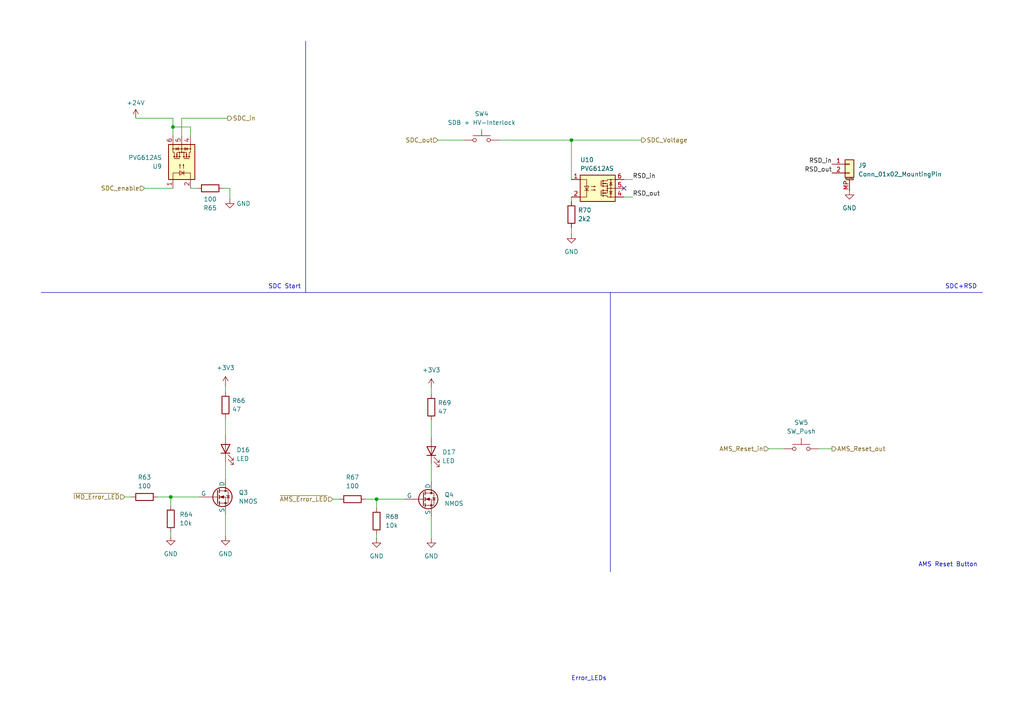
<source format=kicad_sch>
(kicad_sch (version 20250114) (generator "eeschema") (generator_version "9.0")
  (paper "A4")
  (lib_symbols
    (symbol "Connector_Generic_MountingPin:Conn_01x02_MountingPin" (pin_names (offset 1.016) (hide yes))
      (property "Reference" "J" (at 0 2.54 0))
      (property "Value" "Conn_01x02_MountingPin" (at 1.27 -5.08 0))
      (symbol "Conn_01x02_MountingPin_1_1"
        (rectangle (start -1.27 1.27) (end 1.27 -3.81) (stroke (width 0.254)) (fill (type background)))
        (rectangle (start -1.27 0.127) (end 0 -0.127) (stroke (width 0.1524)))
        (rectangle (start -1.27 -2.413) (end 0 -2.667) (stroke (width 0.1524)))
        (polyline (pts (xy -1.016 -4.572) (xy 1.016 -4.572)) (stroke (width 0.1524)))
        (text "Mounting" (at 0 -4.191 0) (effects (font (size 0.381 0.381))))
        (pin passive line (at -5.08 0 0) (length 3.81) (name "Pin_1") (number "1"))
        (pin passive line (at -5.08 -2.54 0) (length 3.81) (name "Pin_2") (number "2"))
        (pin passive line (at 0 -7.62 90) (length 3.048) (name "MountPin") (number "MP"))
      )
    )
    (symbol "Device:LED" (pin_numbers (hide yes)) (pin_names (offset 1.016) (hide yes))
      (property "Reference" "D" (at 0 2.54 0))
      (property "Value" "LED" (at 0 -2.54 0))
      (symbol "LED_0_1"
        (polyline (pts (xy -3.048 -0.762) (xy -4.572 -2.286) (xy -3.81 -2.286) (xy -4.572 -2.286) (xy -4.572 -1.524)))
        (polyline (pts (xy -1.778 -0.762) (xy -3.302 -2.286) (xy -2.54 -2.286) (xy -3.302 -2.286) (xy -3.302 -1.524)))
        (polyline (pts (xy -1.27 0) (xy 1.27 0)))
        (polyline (pts (xy -1.27 -1.27) (xy -1.27 1.27)) (stroke (width 0.254)))
        (polyline (pts (xy 1.27 -1.27) (xy 1.27 1.27) (xy -1.27 0) (xy 1.27 -1.27)) (stroke (width 0.254)))
      )
      (symbol "LED_1_1"
        (pin passive line (at -3.81 0 0) (length 2.54) (name "K") (number "1"))
        (pin passive line (at 3.81 0 180) (length 2.54) (name "A") (number "2"))
      )
    )
    (symbol "Device:R" (pin_numbers (hide yes)) (pin_names (offset 0))
      (property "Reference" "R" (at 2.032 0 90))
      (property "Value" "R" (at 0 0 90))
      (symbol "R_0_1"
        (rectangle (start -1.016 -2.54) (end 1.016 2.54) (stroke (width 0.254)))
      )
      (symbol "R_1_1"
        (pin passive line (at 0 3.81 270) (length 1.27) (name "~") (number "1"))
        (pin passive line (at 0 -3.81 90) (length 1.27) (name "~") (number "2"))
      )
    )
    (symbol "FaSTTUBe_Power-Switches:PVG612AS"
      (property "Reference" "U" (at -3.81 5.08 0))
      (property "Value" "PVG612AS" (at 0 -5.08 0))
      (symbol "PVG612AS_0_1"
        (rectangle (start -5.08 3.81) (end 5.08 -3.81) (stroke (width 0.254)) (fill (type background)))
        (polyline (pts (xy -5.08 2.54) (xy -3.175 2.54) (xy -3.175 -2.54) (xy -5.08 -2.54)))
        (polyline (pts (xy -3.81 -0.635) (xy -2.54 -0.635)))
        (polyline (pts (xy -3.175 -0.635) (xy -3.81 0.635) (xy -2.54 0.635) (xy -3.175 -0.635)))
        (polyline (pts (xy -1.905 0.508) (xy -0.635 0.508) (xy -1.016 0.381) (xy -1.016 0.635) (xy -0.635 0.508)))
        (polyline (pts (xy -1.905 -0.508) (xy -0.635 -0.508) (xy -1.016 -0.635) (xy -1.016 -0.381) (xy -0.635 -0.508)))
        (polyline (pts (xy 1.016 2.159) (xy 1.016 0.635)) (stroke (width 0.2032)))
        (polyline (pts (xy 1.016 -0.635) (xy 1.016 -2.159)) (stroke (width 0.2032)))
        (polyline (pts (xy 1.524 2.286) (xy 1.524 2.032) (xy 1.524 2.032)) (stroke (width 0.3556)))
        (polyline (pts (xy 1.524 1.524) (xy 1.524 1.27) (xy 1.524 1.27)) (stroke (width 0.3556)))
        (polyline (pts (xy 1.524 0.762) (xy 1.524 0.508) (xy 1.524 0.508)) (stroke (width 0.3556)))
        (polyline (pts (xy 1.524 -0.508) (xy 1.524 -0.762)) (stroke (width 0.3556)))
        (polyline (pts (xy 1.524 -1.27) (xy 1.524 -1.524) (xy 1.524 -1.524)) (stroke (width 0.3556)))
        (polyline (pts (xy 1.524 -2.032) (xy 1.524 -2.286) (xy 1.524 -2.286)) (stroke (width 0.3556)))
        (polyline (pts (xy 1.651 2.159) (xy 2.794 2.159) (xy 2.794 2.54) (xy 5.08 2.54)))
        (polyline (pts (xy 1.651 1.397) (xy 2.794 1.397) (xy 2.794 0.635)))
        (polyline (pts (xy 1.651 -0.635) (xy 2.794 -0.635) (xy 2.794 0.635) (xy 1.651 0.635)))
        (polyline (pts (xy 1.651 -1.397) (xy 2.794 -1.397) (xy 2.794 -0.635)))
        (polyline (pts (xy 1.651 -2.159) (xy 2.794 -2.159) (xy 2.794 -2.54) (xy 5.08 -2.54)))
        (polyline (pts (xy 1.778 1.397) (xy 2.286 1.524) (xy 2.286 1.27) (xy 1.778 1.397)))
        (polyline (pts (xy 1.778 -1.397) (xy 2.286 -1.27) (xy 2.286 -1.524) (xy 1.778 -1.397)))
        (circle (center 2.794 0.635) (radius 0.127))
        (polyline (pts (xy 2.794 0) (xy 5.08 0)))
        (circle (center 2.794 0) (radius 0.127))
        (circle (center 2.794 -0.635) (radius 0.127))
        (polyline (pts (xy 3.429 1.651) (xy 4.191 1.651)))
        (polyline (pts (xy 3.429 -1.651) (xy 4.191 -1.651)))
        (circle (center 3.81 2.54) (radius 0.127))
        (polyline (pts (xy 3.81 1.651) (xy 3.429 0.889) (xy 4.191 0.889) (xy 3.81 1.651)))
        (circle (center 3.81 0) (radius 0.127))
        (polyline (pts (xy 3.81 -1.651) (xy 3.429 -0.889) (xy 4.191 -0.889) (xy 3.81 -1.651)))
        (polyline (pts (xy 3.81 -2.54) (xy 3.81 2.54)))
        (circle (center 3.81 -2.54) (radius 0.127))
      )
      (symbol "PVG612AS_1_1"
        (pin passive line (at -7.62 2.54 0) (length 2.54) (name "~") (number "1"))
        (pin passive line (at -7.62 -2.54 0) (length 2.54) (name "~") (number "2"))
        (pin no_connect line (at -5.08 0 0) (length 2.54) (hide yes) (name "~") (number "3"))
        (pin passive line (at 7.62 2.54 180) (length 2.54) (name "~") (number "6"))
        (pin passive line (at 7.62 0 180) (length 2.54) (name "~") (number "5"))
        (pin passive line (at 7.62 -2.54 180) (length 2.54) (name "~") (number "4"))
      )
    )
    (symbol "Simulation_SPICE:NMOS" (pin_numbers (hide yes)) (pin_names (offset 0))
      (property "Reference" "Q" (at 5.08 1.27 0))
      (property "Value" "NMOS" (at 5.08 -1.27 0))
      (symbol "NMOS_0_1"
        (polyline (pts (xy 0.254 1.905) (xy 0.254 -1.905)) (stroke (width 0.254)))
        (polyline (pts (xy 0.254 0) (xy -2.54 0)))
        (polyline (pts (xy 0.762 2.286) (xy 0.762 1.27)) (stroke (width 0.254)))
        (polyline (pts (xy 0.762 0.508) (xy 0.762 -0.508)) (stroke (width 0.254)))
        (polyline (pts (xy 0.762 -1.27) (xy 0.762 -2.286)) (stroke (width 0.254)))
        (polyline (pts (xy 0.762 -1.778) (xy 3.302 -1.778) (xy 3.302 1.778) (xy 0.762 1.778)))
        (polyline (pts (xy 1.016 0) (xy 2.032 0.381) (xy 2.032 -0.381) (xy 1.016 0)) (fill (type outline)))
        (circle (center 1.651 0) (radius 2.794) (stroke (width 0.254)))
        (polyline (pts (xy 2.54 2.54) (xy 2.54 1.778)))
        (circle (center 2.54 1.778) (radius 0.254) (fill (type outline)))
        (circle (center 2.54 -1.778) (radius 0.254) (fill (type outline)))
        (polyline (pts (xy 2.54 -2.54) (xy 2.54 0) (xy 0.762 0)))
        (polyline (pts (xy 2.794 0.508) (xy 2.921 0.381) (xy 3.683 0.381) (xy 3.81 0.254)))
        (polyline (pts (xy 3.302 0.381) (xy 2.921 -0.254) (xy 3.683 -0.254) (xy 3.302 0.381)))
      )
      (symbol "NMOS_1_1"
        (pin input line (at -5.08 0 0) (length 2.54) (name "G") (number "2"))
        (pin passive line (at 2.54 5.08 270) (length 2.54) (name "D") (number "1"))
        (pin passive line (at 2.54 -5.08 90) (length 2.54) (name "S") (number "3"))
      )
    )
    (symbol "Switch:SW_Push" (pin_numbers (hide yes)) (pin_names (offset 1.016) (hide yes))
      (property "Reference" "SW" (at 1.27 2.54 0))
      (property "Value" "SW_Push" (at 0 -1.524 0))
      (symbol "SW_Push_0_1"
        (circle (center -2.032 0) (radius 0.508))
        (polyline (pts (xy 0 1.27) (xy 0 3.048)))
        (circle (center 2.032 0) (radius 0.508))
        (polyline (pts (xy 2.54 1.27) (xy -2.54 1.27)))
        (pin passive line (at -5.08 0 0) (length 2.54) (name "1") (number "1"))
        (pin passive line (at 5.08 0 180) (length 2.54) (name "2") (number "2"))
      )
    )
    (symbol "power:+24V" (power) (pin_numbers (hide yes)) (pin_names (offset 0) (hide yes))
      (property "Value" "+24V" (at 0 3.556 0))
      (symbol "+24V_0_1"
        (polyline (pts (xy -0.762 1.27) (xy 0 2.54)))
        (polyline (pts (xy 0 2.54) (xy 0.762 1.27)))
        (polyline (pts (xy 0 0) (xy 0 2.54)))
      )
      (symbol "+24V_1_1"
        (pin power_in line (at 0 0 90) (length 0) (name "~") (number "1"))
      )
    )
    (symbol "power:+3V3" (power) (pin_numbers (hide yes)) (pin_names (offset 0) (hide yes))
      (property "Value" "+3V3" (at 0 3.556 0))
      (symbol "+3V3_0_1"
        (polyline (pts (xy -0.762 1.27) (xy 0 2.54)))
        (polyline (pts (xy 0 2.54) (xy 0.762 1.27)))
        (polyline (pts (xy 0 0) (xy 0 2.54)))
      )
      (symbol "+3V3_1_1"
        (pin power_in line (at 0 0 90) (length 0) (name "~") (number "1"))
      )
    )
    (symbol "power:GND" (power) (pin_numbers (hide yes)) (pin_names (offset 0) (hide yes))
      (property "Value" "GND" (at 0 -3.81 0))
      (symbol "GND_0_1"
        (polyline (pts (xy 0 0) (xy 0 -1.27) (xy 1.27 -1.27) (xy 0 -2.54) (xy -1.27 -1.27) (xy 0 -1.27)))
      )
      (symbol "GND_1_1"
        (pin power_in line (at 0 0 270) (length 0) (name "~") (number "1"))
      )
    )
  )
  (text "AMS Reset Button" (at 274.955 163.83 0) (effects (font (size 1.27 1.27))))
  (text "Error_LEDs" (at 170.815 196.85 0) (effects (font (size 1.27 1.27))))
  (text "SDC+RSD" (at 278.765 83.185 0) (effects (font (size 1.27 1.27))))
  (text "SDC Start" (at 82.55 83.185 0) (effects (font (size 1.27 1.27))))
  (junction (at 50.165 36.83))
  (junction (at 165.735 40.64))
  (junction (at 109.22 144.78))
  (junction (at 49.53 144.145))
  (no_connect (at 180.975 54.61))
  (wire (pts (xy 237.49 130.175) (xy 241.3 130.175)))
  (wire (pts (xy 36.195 144.145) (xy 38.1 144.145)))
  (wire (pts (xy 96.52 144.78) (xy 98.425 144.78)))
  (wire (pts (xy 222.885 130.175) (xy 227.33 130.175)))
  (wire (pts (xy 65.405 149.225) (xy 65.405 155.575)))
  (wire (pts (xy 39.37 34.29) (xy 50.165 34.29)))
  (wire (pts (xy 55.245 39.37) (xy 55.245 36.83)))
  (wire (pts (xy 109.22 144.78) (xy 109.22 147.32)))
  (wire (pts (xy 64.77 54.61) (xy 66.675 54.61)))
  (wire (pts (xy 183.515 52.07) (xy 180.975 52.07)))
  (wire (pts (xy 127 40.64) (xy 134.62 40.64)))
  (wire (pts (xy 125.095 149.86) (xy 125.095 156.21)))
  (polyline (pts (xy 88.646 11.938) (xy 88.646 84.836)))
  (wire (pts (xy 180.975 57.15) (xy 183.515 57.15)))
  (wire (pts (xy 50.165 39.37) (xy 50.165 36.83)))
  (polyline (pts (xy 11.938 84.836) (xy 284.988 84.836)))
  (wire (pts (xy 125.095 134.62) (xy 125.095 139.7)))
  (wire (pts (xy 106.045 144.78) (xy 109.22 144.78)))
  (wire (pts (xy 165.735 40.64) (xy 186.055 40.64)))
  (wire (pts (xy 165.735 66.04) (xy 165.735 67.945)))
  (wire (pts (xy 165.735 57.15) (xy 165.735 58.42)))
  (wire (pts (xy 165.735 40.64) (xy 165.735 52.07)))
  (wire (pts (xy 125.095 112.395) (xy 125.095 114.3)))
  (wire (pts (xy 49.53 144.145) (xy 57.785 144.145)))
  (wire (pts (xy 45.72 144.145) (xy 49.53 144.145)))
  (wire (pts (xy 41.91 54.61) (xy 50.165 54.61)))
  (wire (pts (xy 65.405 111.76) (xy 65.405 113.665)))
  (wire (pts (xy 65.405 121.285) (xy 65.405 126.365)))
  (wire (pts (xy 66.675 54.61) (xy 66.675 57.785)))
  (wire (pts (xy 50.165 36.83) (xy 55.245 36.83)))
  (polyline (pts (xy 177.038 84.836) (xy 177.038 165.862)))
  (wire (pts (xy 52.705 34.29) (xy 66.04 34.29)))
  (wire (pts (xy 49.53 144.145) (xy 49.53 146.685)))
  (wire (pts (xy 52.705 39.37) (xy 52.705 34.29)))
  (wire (pts (xy 144.78 40.64) (xy 165.735 40.64)))
  (wire (pts (xy 50.165 36.83) (xy 50.165 34.29)))
  (wire (pts (xy 55.245 54.61) (xy 57.15 54.61)))
  (wire (pts (xy 125.095 121.92) (xy 125.095 127)))
  (wire (pts (xy 109.22 144.78) (xy 117.475 144.78)))
  (wire (pts (xy 109.22 156.21) (xy 109.22 154.94)))
  (wire (pts (xy 49.53 155.575) (xy 49.53 154.305)))
  (wire (pts (xy 65.405 133.985) (xy 65.405 139.065)))
  (label "RSD_out" (at 241.3 50.165 180))
  (label "RSD_in" (at 183.515 52.07 0))
  (label "RSD_out" (at 183.515 57.15 0))
  (label "RSD_in" (at 241.3 47.625 180))
  (hierarchical_label "SDC_out" (shape input) (at 127 40.64 180))
  (hierarchical_label "~{AMS_Error_LED}" (shape input) (at 96.52 144.78 180))
  (hierarchical_label "~{IMD_Error_LED}" (shape input) (at 36.195 144.145 180))
  (hierarchical_label "SDC_in" (shape output) (at 66.04 34.29 0))
  (hierarchical_label "AMS_Reset_in" (shape input) (at 222.885 130.175 180))
  (hierarchical_label "SDC_enable" (shape input) (at 41.91 54.61 180))
  (hierarchical_label "SDC_Voltage" (shape output) (at 186.055 40.64 0))
  (hierarchical_label "AMS_Reset_out" (shape output) (at 241.3 130.175 0))
  (symbol (lib_id "Device:R") (at 125.095 118.11 180) (unit 1)
    (property "Reference" "R69" (at 127 116.8399 0) (effects (justify right)))
    (property "Value" "47" (at 127 119.3799 0) (effects (justify right)))
    (property "Footprint" "Resistor_SMD:R_1206_3216Metric" (effects (hide yes)))
    (property "Datasheet" "CRGCQ1206F15R" (effects (hide yes)))
    (property "Description" "Resistor" (effects (hide yes)))
  )
  (symbol (lib_id "Device:R") (at 41.91 144.145 270) (unit 1)
    (property "Reference" "R63" (at 41.91 138.43 90))
    (property "Value" "100" (at 41.91 140.97 90))
    (property "Footprint" "Resistor_SMD:R_0603_1608Metric" (effects (hide yes)))
    (property "Description" "Resistor" (effects (hide yes)))
  )
  (symbol (lib_id "Device:R") (at 49.53 150.495 180) (unit 1)
    (property "Reference" "R64" (at 52.07 149.2249 0) (effects (justify right)))
    (property "Value" "10k" (at 52.07 151.7649 0) (effects (justify right)))
    (property "Footprint" "Resistor_SMD:R_0603_1608Metric" (effects (hide yes)))
    (property "Description" "Resistor" (effects (hide yes)))
  )
  (symbol (lib_id "power:GND") (at 66.675 57.785 0) (mirror y) (unit 1)
    (property "Reference" "#PWR0117" (effects (hide yes)))
    (property "Value" "GND" (at 68.58 59.0549 0) (effects (justify right)))
    (property "Description" "Power symbol creates a global label with name \"GND\" , ground" (effects (hide yes)))
  )
  (symbol (lib_id "power:GND") (at 109.22 156.21 0) (unit 1)
    (property "Reference" "#PWR0118" (effects (hide yes)))
    (property "Value" "GND" (at 109.22 161.29 0))
    (property "Description" "Power symbol creates a global label with name \"GND\" , ground" (effects (hide yes)))
  )
  (symbol (lib_id "Device:R") (at 65.405 117.475 180) (unit 1)
    (property "Reference" "R66" (at 67.31 116.2049 0) (effects (justify right)))
    (property "Value" "47" (at 67.31 118.7449 0) (effects (justify right)))
    (property "Footprint" "Resistor_SMD:R_1206_3216Metric" (effects (hide yes)))
    (property "Datasheet" "CRGCQ1206F15R" (effects (hide yes)))
    (property "Description" "Resistor" (effects (hide yes)))
  )
  (symbol (lib_id "Device:R") (at 165.735 62.23 180) (unit 1)
    (property "Reference" "R70" (at 167.64 60.9599 0) (effects (justify right)))
    (property "Value" "2k2" (at 167.64 63.4999 0) (effects (justify right)))
    (property "Footprint" "Resistor_SMD:R_1206_3216Metric" (effects (hide yes)))
    (property "Datasheet" "CHP1206-FX-1001ELF" (effects (hide yes)))
    (property "Description" "Resistor" (effects (hide yes)))
  )
  (symbol (lib_id "power:GND") (at 246.38 55.245 0) (unit 1)
    (property "Reference" "#PWR0122" (effects (hide yes)))
    (property "Value" "GND" (at 246.38 60.325 0))
    (property "Description" "Power symbol creates a global label with name \"GND\" , ground" (effects (hide yes)))
  )
  (symbol (lib_id "power:+3V3") (at 65.405 111.76 0) (unit 1)
    (property "Reference" "#PWR0115" (effects (hide yes)))
    (property "Value" "+3V3" (at 65.405 106.68 0))
    (property "Description" "Power symbol creates a global label with name \"+3V3\"" (effects (hide yes)))
  )
  (symbol (lib_id "Simulation_SPICE:NMOS") (at 62.865 144.145 0) (unit 1)
    (property "Reference" "Q3" (at 69.215 142.8749 0) (effects (justify left)))
    (property "Value" "NMOS" (at 69.215 145.4149 0) (effects (justify left)))
    (property "Footprint" "Package_TO_SOT_SMD:SOT-23-3" (effects (hide yes)))
    (property "Datasheet" "https://ngspice.sourceforge.io/docs/ngspice-html-manual/manual.xhtml#cha_MOSFETs" (effects (hide yes)))
    (property "Description" "N-MOSFET transistor, drain/source/gate" (effects (hide yes)))
    (property "Sim.Device" "NMOS" (effects (hide yes)))
    (property "Sim.Type" "VDMOS" (effects (hide yes)))
    (property "Sim.Pins" "1=D 2=G 3=S" (effects (hide yes)))
  )
  (symbol (lib_id "Device:R") (at 102.235 144.78 270) (unit 1)
    (property "Reference" "R67" (at 102.235 138.43 90))
    (property "Value" "100" (at 102.235 140.97 90))
    (property "Footprint" "Resistor_SMD:R_0603_1608Metric" (effects (hide yes)))
    (property "Description" "Resistor" (effects (hide yes)))
  )
  (symbol (lib_id "power:GND") (at 49.53 155.575 0) (unit 1)
    (property "Reference" "#PWR0114" (effects (hide yes)))
    (property "Value" "GND" (at 49.53 160.655 0))
    (property "Description" "Power symbol creates a global label with name \"GND\" , ground" (effects (hide yes)))
  )
  (symbol (lib_id "Device:R") (at 60.96 54.61 90) (mirror x) (unit 1)
    (property "Reference" "R65" (at 60.96 60.325 90))
    (property "Value" "100" (at 60.96 57.785 90))
    (property "Footprint" "Resistor_SMD:R_0603_1608Metric" (effects (hide yes)))
    (property "Description" "Resistor" (effects (hide yes)))
  )
  (symbol (lib_id "Device:LED") (at 65.405 130.175 90) (unit 1)
    (property "Reference" "D16" (at 68.58 130.4924 90) (effects (justify right)))
    (property "Value" "LED" (at 68.58 133.0324 90) (effects (justify right)))
    (property "Footprint" "FaSTTUBe_connectors:Micro_Mate-N-Lok_2p_vertical" (effects (hide yes)))
    (property "Description" "Light emitting diode" (effects (hide yes)))
  )
  (symbol (lib_id "Device:R") (at 109.22 151.13 180) (unit 1)
    (property "Reference" "R68" (at 111.76 149.8599 0) (effects (justify right)))
    (property "Value" "10k" (at 111.76 152.3999 0) (effects (justify right)))
    (property "Footprint" "Resistor_SMD:R_0603_1608Metric" (effects (hide yes)))
    (property "Description" "Resistor" (effects (hide yes)))
  )
  (symbol (lib_id "Device:LED") (at 125.095 130.81 90) (unit 1)
    (property "Reference" "D17" (at 128.27 131.1274 90) (effects (justify right)))
    (property "Value" "LED" (at 128.27 133.6674 90) (effects (justify right)))
    (property "Footprint" "FaSTTUBe_connectors:Micro_Mate-N-Lok_2p_vertical" (effects (hide yes)))
    (property "Description" "Light emitting diode" (effects (hide yes)))
  )
  (symbol (lib_id "power:GND") (at 65.405 155.575 0) (unit 1)
    (property "Reference" "#PWR0116" (effects (hide yes)))
    (property "Value" "GND" (at 65.405 160.655 0))
    (property "Description" "Power symbol creates a global label with name \"GND\" , ground" (effects (hide yes)))
  )
  (symbol (lib_id "Switch:SW_Push") (at 139.7 40.64 0) (unit 1)
    (property "Reference" "SW4" (at 139.7 33.02 0))
    (property "Value" "SDB + HV-Interlock" (at 139.7 35.56 0))
    (property "Footprint" "FaSTTUBe_connectors:Micro_Mate-N-Lok_2p_vertical" (effects (hide yes)))
    (property "Description" "Push button switch, generic, two pins" (effects (hide yes)))
  )
  (symbol (lib_id "power:GND") (at 125.095 156.21 0) (unit 1)
    (property "Reference" "#PWR0120" (effects (hide yes)))
    (property "Value" "GND" (at 125.095 161.29 0))
    (property "Description" "Power symbol creates a global label with name \"GND\" , ground" (effects (hide yes)))
  )
  (symbol (lib_id "Simulation_SPICE:NMOS") (at 122.555 144.78 0) (unit 1)
    (property "Reference" "Q4" (at 128.905 143.5099 0) (effects (justify left)))
    (property "Value" "NMOS" (at 128.905 146.0499 0) (effects (justify left)))
    (property "Footprint" "Package_TO_SOT_SMD:SOT-23-3" (effects (hide yes)))
    (property "Datasheet" "https://ngspice.sourceforge.io/docs/ngspice-html-manual/manual.xhtml#cha_MOSFETs" (effects (hide yes)))
    (property "Description" "N-MOSFET transistor, drain/source/gate" (effects (hide yes)))
    (property "Sim.Device" "NMOS" (effects (hide yes)))
    (property "Sim.Type" "VDMOS" (effects (hide yes)))
    (property "Sim.Pins" "1=D 2=G 3=S" (effects (hide yes)))
  )
  (symbol (lib_id "power:+24V") (at 39.37 34.29 0) (unit 1)
    (property "Reference" "#PWR0113" (effects (hide yes)))
    (property "Value" "+24V" (at 39.37 29.845 0))
    (property "Description" "Power symbol creates a global label with name \"+24V\"" (effects (hide yes)))
  )
  (symbol (lib_id "power:+3V3") (at 125.095 112.395 0) (unit 1)
    (property "Reference" "#PWR0119" (effects (hide yes)))
    (property "Value" "+3V3" (at 125.095 107.315 0))
    (property "Description" "Power symbol creates a global label with name \"+3V3\"" (effects (hide yes)))
  )
  (symbol (lib_id "FaSTTUBe_Power-Switches:PVG612AS") (at 52.705 46.99 90) (unit 1)
    (property "Reference" "U9" (at 46.99 48.2601 90) (effects (justify left)))
    (property "Value" "PVG612AS" (at 46.99 45.7201 90) (effects (justify left)))
    (property "Footprint" "Package_DIP:SMDIP-6_W9.53mm" (effects (hide yes)))
    (property "Datasheet" "https://www.infineon.com/dgdl/Infineon-PVG612A-DataSheet-v01_00-EN.pdf?fileId=5546d462533600a401535683ca14293a" (effects (hide yes)))
    (property "Description" "Photo MOSFET optically coupled, 60VDC, 4A, 35mohm, Isolation 4000 VRMS, SMDIP-6" (effects (hide yes)))
  )
  (symbol (lib_id "Switch:SW_Push") (at 232.41 130.175 0) (unit 1)
    (property "Reference" "SW5" (at 232.41 122.555 0))
    (property "Value" "SW_Push" (at 232.41 125.095 0))
    (property "Footprint" "FaSTTUBe_connectors:Micro_Mate-N-Lok_2p_vertical" (effects (hide yes)))
    (property "Description" "Push button switch, generic, two pins" (effects (hide yes)))
  )
  (symbol (lib_id "Connector_Generic_MountingPin:Conn_01x02_MountingPin") (at 246.38 47.625 0) (unit 1)
    (property "Reference" "J9" (at 248.92 47.9805 0) (effects (justify left)))
    (property "Value" "Conn_01x02_MountingPin" (at 248.92 50.5205 0) (effects (justify left)))
    (property "Footprint" "FaSTTUBe_connectors:Micro_Mate-N-Lok_2p_vertical" (effects (hide yes)))
    (property "Description" "Generic connectable mounting pin connector, single row, 01x02, script generated (kicad-library-utils/schlib/autogen/connector/)" (effects (hide yes)))
  )
  (symbol (lib_id "power:GND") (at 165.735 67.945 0) (unit 1)
    (property "Reference" "#PWR0121" (effects (hide yes)))
    (property "Value" "GND" (at 165.735 73.025 0))
    (property "Description" "Power symbol creates a global label with name \"GND\" , ground" (effects (hide yes)))
  )
  (symbol (lib_id "FaSTTUBe_Power-Switches:PVG612AS") (at 173.355 54.61 0) (unit 1)
    (property "Reference" "U10" (at 168.275 46.355 0) (effects (justify left)))
    (property "Value" "PVG612AS" (at 168.275 48.895 0) (effects (justify left)))
    (property "Footprint" "Package_DIP:SMDIP-6_W9.53mm" (effects (hide yes)))
    (property "Datasheet" "https://www.infineon.com/dgdl/Infineon-PVG612A-DataSheet-v01_00-EN.pdf?fileId=5546d462533600a401535683ca14293a" (effects (hide yes)))
    (property "Description" "Photo MOSFET optically coupled, 60VDC, 4A, 35mohm, Isolation 4000 VRMS, SMDIP-6" (effects (hide yes)))
  )
)
</source>
